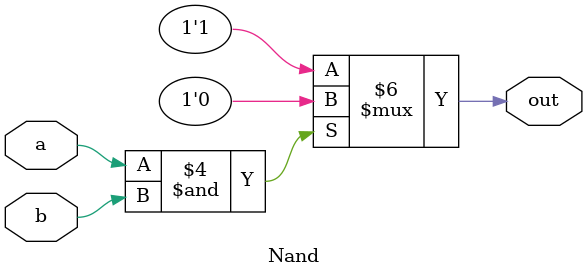
<source format=v>
module Nand(output reg out, input a, b);
  always @ (a, b) begin
    if (a==1'b1 & b==1'b1) begin
      out = 1'b0; 
    end
    else
      out = 1'b1; 
    end
endmodule

</source>
